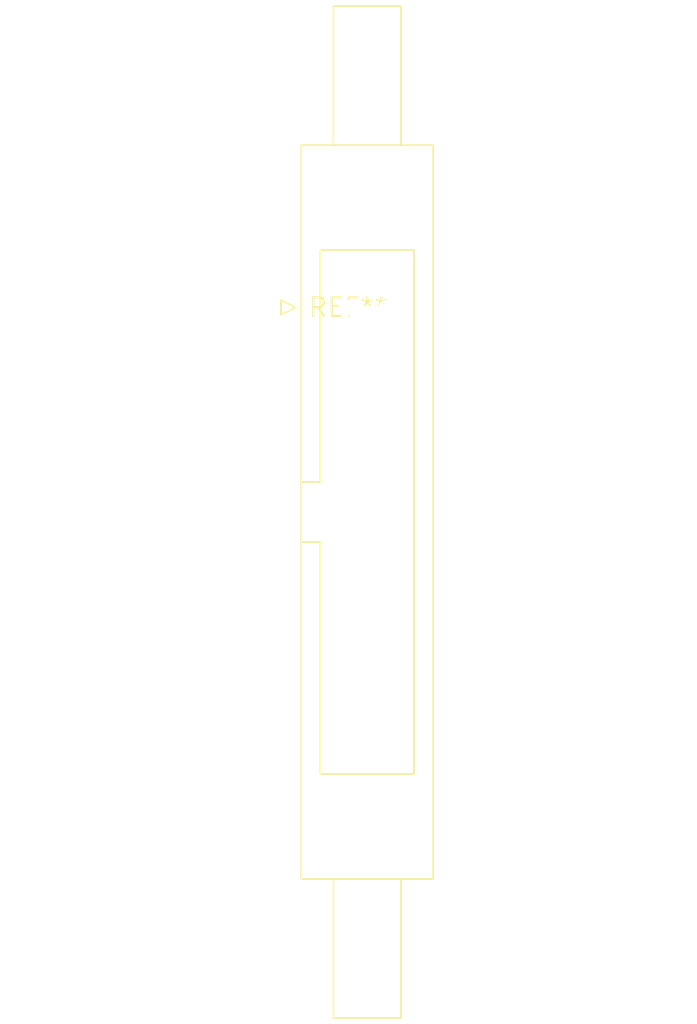
<source format=kicad_pcb>
(kicad_pcb (version 20240108) (generator pcbnew)
  (layers (0 "F.Cu" signal) (31 "B.Cu" signal) (34 "B.Paste" user) (35 "F.Paste" user) (36 "B.SilkS" user "B.Silkscreen") (37 "F.SilkS" user "F.Silkscreen") (38 "B.Mask" user) (39 "F.Mask" user) (44 "Edge.Cuts" user))
  (net 0 "")
  (footprint "IDC-Header_2x12_P2.54mm_Latch9.5mm_Vertical" (layer "F.Cu") (at 0 0)
    (property "Reference" "REF**")
    (property "Value" "IDC-Header_2x12_P2.54mm_Latch9.5mm_Vertical")
    (fp_line (start -4.63 -0.5) (end -4.63 0.5) (layer "F.SilkS") (stroke (width 0.12)))
    (fp_line (start -4.63 0.5) (end -3.63 0) (layer "F.SilkS") (stroke (width 0.12)))
    (fp_line (start -3.63 0) (end -4.63 -0.5) (layer "F.SilkS") (stroke (width 0.12)))
    (fp_line (start -3.24 -11.08) (end 5.78 -11.08) (layer "F.SilkS") (stroke (width 0.12)))
    (fp_line (start -3.24 11.92) (end -1.93 11.92) (layer "F.SilkS") (stroke (width 0.12)))
    (fp_line (start -3.24 39.02) (end -3.24 -11.08) (layer "F.SilkS") (stroke (width 0.12)))
    (fp_line (start -1.93 -3.92) (end 4.47 -3.92) (layer "F.SilkS") (stroke (width 0.12)))
    (fp_line (start -1.93 11.92) (end -1.93 -3.92) (layer "F.SilkS") (stroke (width 0.12)))
    (fp_line (start -1.93 16.02) (end -3.24 16.02) (layer "F.SilkS") (stroke (width 0.12)))
    (fp_line (start -1.93 16.02) (end -1.93 16.02) (layer "F.SilkS") (stroke (width 0.12)))
    (fp_line (start -1.93 31.86) (end -1.93 16.02) (layer "F.SilkS") (stroke (width 0.12)))
    (fp_line (start -1.04 -20.58) (end 3.58 -20.58) (layer "F.SilkS") (stroke (width 0.12)))
    (fp_line (start -1.04 -11.08) (end -1.04 -20.58) (layer "F.SilkS") (stroke (width 0.12)))
    (fp_line (start -1.04 39.02) (end -1.04 48.52) (layer "F.SilkS") (stroke (width 0.12)))
    (fp_line (start -1.04 48.52) (end 3.58 48.52) (layer "F.SilkS") (stroke (width 0.12)))
    (fp_line (start 3.58 -20.58) (end 3.58 -11.08) (layer "F.SilkS") (stroke (width 0.12)))
    (fp_line (start 3.58 48.52) (end 3.58 39.02) (layer "F.SilkS") (stroke (width 0.12)))
    (fp_line (start 4.47 -3.92) (end 4.47 31.86) (layer "F.SilkS") (stroke (width 0.12)))
    (fp_line (start 4.47 31.86) (end -1.93 31.86) (layer "F.SilkS") (stroke (width 0.12)))
    (fp_line (start 5.78 -11.08) (end 5.78 39.02) (layer "F.SilkS") (stroke (width 0.12)))
    (fp_line (start 5.78 39.02) (end -3.24 39.02) (layer "F.SilkS") (stroke (width 0.12)))
    (pad "1" thru_hole roundrect (at 0 0) (size 1.7 1.7) (drill 1) (layers *.Cu *.Mask) (remove_unused_layers) (roundrect_rratio 0.147059))
    (pad "2" thru_hole circle (at 2.54 0) (size 1.7 1.7) (drill 1) (layers *.Cu *.Mask) (remove_unused_layers))
    (pad "3" thru_hole circle (at 0 2.54) (size 1.7 1.7) (drill 1) (layers *.Cu *.Mask) (remove_unused_layers))
    (pad "4" thru_hole circle (at 2.54 2.54) (size 1.7 1.7) (drill 1) (layers *.Cu *.Mask) (remove_unused_layers))
    (pad "5" thru_hole circle (at 0 5.08) (size 1.7 1.7) (drill 1) (layers *.Cu *.Mask) (remove_unused_layers))
    (pad "6" thru_hole circle (at 2.54 5.08) (size 1.7 1.7) (drill 1) (layers *.Cu *.Mask) (remove_unused_layers))
    (pad "7" thru_hole circle (at 0 7.62) (size 1.7 1.7) (drill 1) (layers *.Cu *.Mask) (remove_unused_layers))
    (pad "8" thru_hole circle (at 2.54 7.62) (size 1.7 1.7) (drill 1) (layers *.Cu *.Mask) (remove_unused_layers))
    (pad "9" thru_hole circle (at 0 10.16) (size 1.7 1.7) (drill 1) (layers *.Cu *.Mask) (remove_unused_layers))
    (pad "10" thru_hole circle (at 2.54 10.16) (size 1.7 1.7) (drill 1) (layers *.Cu *.Mask) (remove_unused_layers))
    (pad "11" thru_hole circle (at 0 12.7) (size 1.7 1.7) (drill 1) (layers *.Cu *.Mask) (remove_unused_layers))
    (pad "12" thru_hole circle (at 2.54 12.7) (size 1.7 1.7) (drill 1) (layers *.Cu *.Mask) (remove_unused_layers))
    (pad "13" thru_hole circle (at 0 15.24) (size 1.7 1.7) (drill 1) (layers *.Cu *.Mask) (remove_unused_layers))
    (pad "14" thru_hole circle (at 2.54 15.24) (size 1.7 1.7) (drill 1) (layers *.Cu *.Mask) (remove_unused_layers))
    (pad "15" thru_hole circle (at 0 17.78) (size 1.7 1.7) (drill 1) (layers *.Cu *.Mask) (remove_unused_layers))
    (pad "16" thru_hole circle (at 2.54 17.78) (size 1.7 1.7) (drill 1) (layers *.Cu *.Mask) (remove_unused_layers))
    (pad "17" thru_hole circle (at 0 20.32) (size 1.7 1.7) (drill 1) (layers *.Cu *.Mask) (remove_unused_layers))
    (pad "18" thru_hole circle (at 2.54 20.32) (size 1.7 1.7) (drill 1) (layers *.Cu *.Mask) (remove_unused_layers))
    (pad "19" thru_hole circle (at 0 22.86) (size 1.7 1.7) (drill 1) (layers *.Cu *.Mask) (remove_unused_layers))
    (pad "20" thru_hole circle (at 2.54 22.86) (size 1.7 1.7) (drill 1) (layers *.Cu *.Mask) (remove_unused_layers))
    (pad "21" thru_hole circle (at 0 25.4) (size 1.7 1.7) (drill 1) (layers *.Cu *.Mask) (remove_unused_layers))
    (pad "22" thru_hole circle (at 2.54 25.4) (size 1.7 1.7) (drill 1) (layers *.Cu *.Mask) (remove_unused_layers))
    (pad "23" thru_hole circle (at 0 27.94) (size 1.7 1.7) (drill 1) (layers *.Cu *.Mask) (remove_unused_layers))
    (pad "24" thru_hole circle (at 2.54 27.94) (size 1.7 1.7) (drill 1) (layers *.Cu *.Mask) (remove_unused_layers))
  )
)
</source>
